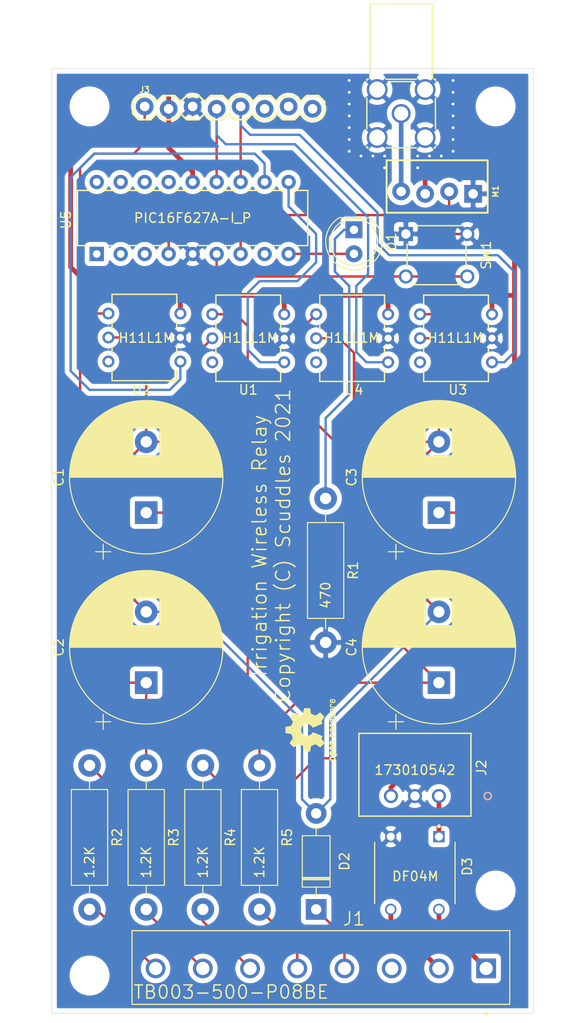
<source format=kicad_pcb>
(kicad_pcb (version 20171130) (host pcbnew "(5.1.7)-1")
  (layers (0 F.Cu signal) (31 B.Cu signal) (34 B.Paste user) (35 F.Paste user) (36 B.SilkS user) (37 F.SilkS user) (38 B.Mask user) (39 F.Mask user) (44 Edge.Cuts user))
  (net 0 "")
  (net 1 "Net-(C1-Pad2)")
  (net 2 "Net-(C1-Pad1)")
  (net 3 "Net-(C2-Pad1)")
  (net 4 "Net-(C3-Pad1)")
  (net 5 "Net-(C4-Pad1)")
  (net 6 /Logic/LED)
  (net 7 "Net-(D1-Pad1)")
  (net 8 "/Signal Conditioner/COMM")
  (net 9 "Net-(D3-Pad1)")
  (net 10 Vss)
  (net 11 "/Power Supply/AC_LINE")
  (net 12 "/Power Supply/AC_NEUTRAL")
  (net 13 "Net-(J1-Pad3)")
  (net 14 "/Signal Conditioner/IN_4")
  (net 15 "/Signal Conditioner/IN_3")
  (net 16 "/Signal Conditioner/IN_2")
  (net 17 "/Signal Conditioner/IN_1")
  (net 18 Vdd)
  (net 19 "Net-(J3-Pad1)")
  (net 20 "/Signal Conditioner/OUT_4")
  (net 21 "/Signal Conditioner/OUT_3")
  (net 22 "Net-(J3-Pad6)")
  (net 23 "Net-(J3-Pad7)")
  (net 24 "Net-(J3-Pad8)")
  (net 25 "Net-(J4-Pad1)")
  (net 26 /Logic/Data)
  (net 27 /Logic/Button)
  (net 28 "Net-(U1-Pad3)")
  (net 29 "/Signal Conditioner/OUT_1")
  (net 30 "Net-(U2-Pad3)")
  (net 31 "/Signal Conditioner/OUT_2")
  (net 32 "Net-(U3-Pad3)")
  (net 33 "Net-(U4-Pad3)")
  (net 34 "Net-(U5-Pad2)")
  (net 35 "Net-(U5-Pad3)")
  (net 36 "Net-(U5-Pad8)")
  (net 37 "Net-(U5-Pad15)")
  (net 38 "Net-(U5-Pad16)")
  (net 39 "Net-(U5-Pad17)")
  (net 40 "Net-(U5-Pad18)")
  (net 41 "Net-(U5-Pad1)")
  (module Symbol:OSHW-Logo2_7.3x6mm_SilkScreen (layer F.Cu) (at 144.5 117 90)
    (fp_text reference REF** hide)
    (fp_text value OSHW-Logo2_7.3x6mm_SilkScreen hide)
  )
  (module tx:CUI_TB003-500-P08BE (layer F.Cu) (at 163 142.25 180)
    (fp_text reference J1 (at 14 5.25) (layer F.SilkS) (effects (font (size 1.4 1.4))))
    (fp_text value TB003-500-P08BE (at 27 -2.5) (layer F.SilkS) (effects (font (size 1.4 1.4))))
    (pad 1 thru_hole rect (at 0 0 180) (size 2.1 2.1) (drill 1.4) (layers *.Cu *.Mask) (net 12 "/Power Supply/AC_NEUTRAL"))
    (pad 2 thru_hole circle (at 5 0 180) (size 2.1 2.1) (drill 1.4) (layers *.Cu *.Mask) (net 11 "/Power Supply/AC_LINE"))
    (pad 3 thru_hole circle (at 10 0 180) (size 2.1 2.1) (drill 1.4) (layers *.Cu *.Mask) (net 13 "Net-(J1-Pad3)"))
    (pad 4 thru_hole circle (at 15 0 180) (size 2.1 2.1) (drill 1.4) (layers *.Cu *.Mask) (net 8 "/Signal Conditioner/COMM"))
    (pad 5 thru_hole circle (at 20 0 180) (size 2.1 2.1) (drill 1.4) (layers *.Cu *.Mask) (net 14 "/Signal Conditioner/IN_4"))
    (pad 6 thru_hole circle (at 25 0 180) (size 2.1 2.1) (drill 1.4) (layers *.Cu *.Mask) (net 15 "/Signal Conditioner/IN_3"))
    (pad 7 thru_hole circle (at 30 0 180) (size 2.1 2.1) (drill 1.4) (layers *.Cu *.Mask) (net 16 "/Signal Conditioner/IN_2"))
    (pad 8 thru_hole circle (at 35 0 180) (size 2.1 2.1) (drill 1.4) (layers *.Cu *.Mask) (net 17 "/Signal Conditioner/IN_1"))
  )
  (module MountingHole:MountingHole_3.2mm_M3 (layer F.Cu) (at 164 134)
    (fp_text reference REF** hide)
    (fp_text value MountingHole_3.2mm_M3)
    (pad 1 np_thru_hole circle (at 0 0) (size 3.2 3.2) (drill 3.2) (layers *.Cu *.Mask))
  )
  (module MountingHole:MountingHole_3.2mm_M3 (layer F.Cu) (at 121 143)
    (fp_text reference REF** hide)
    (fp_text value MountingHole_3.2mm_M3)
    (pad 1 np_thru_hole circle (at 0 0) (size 3.2 3.2) (drill 3.2) (layers *.Cu *.Mask))
  )
  (module MountingHole:MountingHole_3.2mm_M3 (layer F.Cu) (at 164 51)
    (fp_text reference REF** hide)
    (fp_text value MountingHole_3.2mm_M3)
    (pad 1 np_thru_hole circle (at 0 0) (size 3.2 3.2) (drill 3.2) (layers *.Cu *.Mask))
  )
  (module MountingHole:MountingHole_3.2mm_M3 (layer F.Cu) (at 121 51)
    (fp_text reference REF** hide)
    (fp_text value MountingHole_3.2mm_M3)
    (pad 1 np_thru_hole circle (at 0 0) (size 3.2 3.2) (drill 3.2) (layers *.Cu *.Mask))
  )
  (module tx:PIC16F627A-I&slash_P (layer F.Cu) (at 121.76 66.62 90)
    (fp_text reference U5 (at 3.62 -3.26 90) (layer F.SilkS))
    (fp_text value PIC16F627A-I_P (at 3.81 10.16 180) (layer F.SilkS))
    (pad 1 thru_hole rect (at 0 0 90) (size 1.524 1.524) (drill 0.8128) (layers *.Cu *.Mask) (net 41 "Net-(U5-Pad1)"))
    (pad 2 thru_hole circle (at 0 2.54 90) (size 1.524 1.524) (drill 0.8128) (layers *.Cu *.Mask) (net 34 "Net-(U5-Pad2)"))
    (pad 3 thru_hole circle (at 0 5.08 90) (size 1.524 1.524) (drill 0.8128) (layers *.Cu *.Mask) (net 35 "Net-(U5-Pad3)"))
    (pad 4 thru_hole circle (at 0 7.62 90) (size 1.524 1.524) (drill 0.8128) (layers *.Cu *.Mask) (net 19 "Net-(J3-Pad1)"))
    (pad 5 thru_hole circle (at 0 10.16 90) (size 1.524 1.524) (drill 0.8128) (layers *.Cu *.Mask) (net 10 Vss))
    (pad 6 thru_hole circle (at 0 12.7 90) (size 1.524 1.524) (drill 0.8128) (layers *.Cu *.Mask) (net 27 /Logic/Button))
    (pad 7 thru_hole circle (at 0 15.24 90) (size 1.524 1.524) (drill 0.8128) (layers *.Cu *.Mask) (net 26 /Logic/Data))
    (pad 8 thru_hole circle (at 0 17.78 90) (size 1.524 1.524) (drill 0.8128) (layers *.Cu *.Mask) (net 36 "Net-(U5-Pad8)"))
    (pad 9 thru_hole circle (at 0 20.32 90) (size 1.524 1.524) (drill 0.8128) (layers *.Cu *.Mask) (net 6 /Logic/LED))
    (pad 10 thru_hole circle (at 7.62 20.32 90) (size 1.524 1.524) (drill 0.8128) (layers *.Cu *.Mask) (net 29 "/Signal Conditioner/OUT_1"))
    (pad 11 thru_hole circle (at 7.62 17.78 90) (size 1.524 1.524) (drill 0.8128) (layers *.Cu *.Mask) (net 31 "/Signal Conditioner/OUT_2"))
    (pad 12 thru_hole circle (at 7.62 15.24 90) (size 1.524 1.524) (drill 0.8128) (layers *.Cu *.Mask) (net 21 "/Signal Conditioner/OUT_3"))
    (pad 13 thru_hole circle (at 7.62 12.7 90) (size 1.524 1.524) (drill 0.8128) (layers *.Cu *.Mask) (net 20 "/Signal Conditioner/OUT_4"))
    (pad 14 thru_hole circle (at 7.62 10.16 90) (size 1.524 1.524) (drill 0.8128) (layers *.Cu *.Mask) (net 18 Vdd))
    (pad 15 thru_hole circle (at 7.62 7.62 90) (size 1.524 1.524) (drill 0.8128) (layers *.Cu *.Mask) (net 37 "Net-(U5-Pad15)"))
    (pad 16 thru_hole circle (at 7.62 5.08 90) (size 1.524 1.524) (drill 0.8128) (layers *.Cu *.Mask) (net 38 "Net-(U5-Pad16)"))
    (pad 17 thru_hole circle (at 7.62 2.54 90) (size 1.524 1.524) (drill 0.8128) (layers *.Cu *.Mask) (net 39 "Net-(U5-Pad17)"))
    (pad 18 thru_hole circle (at 7.62 0 90) (size 1.524 1.524) (drill 0.8128) (layers *.Cu *.Mask) (net 40 "Net-(U5-Pad18)"))
  )
  (module tx:H11L1M (layer F.Cu) (at 145 73)
    (fp_text reference U4 (at 4 8) (layer F.SilkS))
    (fp_text value H11L1M (at 3.75 2.5) (layer F.SilkS))
    (pad 1 thru_hole circle (at 0 0) (size 1.27 1.27) (drill 0.762) (layers *.Cu *.Mask) (net 5 "Net-(C4-Pad1)"))
    (pad 2 thru_hole circle (at 0 2.54) (size 1.27 1.27) (drill 0.762) (layers *.Cu *.Mask) (net 1 "Net-(C1-Pad2)"))
    (pad 3 thru_hole circle (at 0 5.08) (size 1.27 1.27) (drill 0.762) (layers *.Cu *.Mask) (net 33 "Net-(U4-Pad3)"))
    (pad 4 thru_hole circle (at 7.62 5.08) (size 1.27 1.27) (drill 0.762) (layers *.Cu *.Mask) (net 20 "/Signal Conditioner/OUT_4"))
    (pad 5 thru_hole circle (at 7.62 2.54) (size 1.27 1.27) (drill 0.762) (layers *.Cu *.Mask) (net 10 Vss))
    (pad 6 thru_hole circle (at 7.62 0) (size 1.27 1.27) (drill 0.762) (layers *.Cu *.Mask) (net 18 Vdd))
  )
  (module tx:H11L1M (layer F.Cu) (at 156 73)
    (fp_text reference U3 (at 4 8) (layer F.SilkS))
    (fp_text value H11L1M (at 3.75 2.5) (layer F.SilkS))
    (pad 1 thru_hole circle (at 0 0) (size 1.27 1.27) (drill 0.762) (layers *.Cu *.Mask) (net 4 "Net-(C3-Pad1)"))
    (pad 2 thru_hole circle (at 0 2.54) (size 1.27 1.27) (drill 0.762) (layers *.Cu *.Mask) (net 1 "Net-(C1-Pad2)"))
    (pad 3 thru_hole circle (at 0 5.08) (size 1.27 1.27) (drill 0.762) (layers *.Cu *.Mask) (net 32 "Net-(U3-Pad3)"))
    (pad 4 thru_hole circle (at 7.62 5.08) (size 1.27 1.27) (drill 0.762) (layers *.Cu *.Mask) (net 21 "/Signal Conditioner/OUT_3"))
    (pad 5 thru_hole circle (at 7.62 2.54) (size 1.27 1.27) (drill 0.762) (layers *.Cu *.Mask) (net 10 Vss))
    (pad 6 thru_hole circle (at 7.62 0) (size 1.27 1.27) (drill 0.762) (layers *.Cu *.Mask) (net 18 Vdd))
  )
  (module tx:H11L1M (layer F.Cu) (at 123 72.92)
    (fp_text reference U2 (at 3.5 8.08) (layer F.SilkS))
    (fp_text value H11L1M (at 4 2.58) (layer F.SilkS))
    (pad 1 thru_hole circle (at 0 0) (size 1.27 1.27) (drill 0.762) (layers *.Cu *.Mask) (net 3 "Net-(C2-Pad1)"))
    (pad 2 thru_hole circle (at 0 2.54) (size 1.27 1.27) (drill 0.762) (layers *.Cu *.Mask) (net 1 "Net-(C1-Pad2)"))
    (pad 3 thru_hole circle (at 0 5.08) (size 1.27 1.27) (drill 0.762) (layers *.Cu *.Mask) (net 30 "Net-(U2-Pad3)"))
    (pad 4 thru_hole circle (at 7.62 5.08) (size 1.27 1.27) (drill 0.762) (layers *.Cu *.Mask) (net 31 "/Signal Conditioner/OUT_2"))
    (pad 5 thru_hole circle (at 7.62 2.54) (size 1.27 1.27) (drill 0.762) (layers *.Cu *.Mask) (net 10 Vss))
    (pad 6 thru_hole circle (at 7.62 0) (size 1.27 1.27) (drill 0.762) (layers *.Cu *.Mask) (net 18 Vdd))
  )
  (module tx:H11L1M (layer F.Cu) (at 134 73)
    (fp_text reference U1 (at 3.81 8) (layer F.SilkS))
    (fp_text value H11L1M (at 4 2.5) (layer F.SilkS))
    (pad 1 thru_hole circle (at 0 0) (size 1.27 1.27) (drill 0.762) (layers *.Cu *.Mask) (net 2 "Net-(C1-Pad1)"))
    (pad 2 thru_hole circle (at 0 2.54) (size 1.27 1.27) (drill 0.762) (layers *.Cu *.Mask) (net 1 "Net-(C1-Pad2)"))
    (pad 3 thru_hole circle (at 0 5.08) (size 1.27 1.27) (drill 0.762) (layers *.Cu *.Mask) (net 28 "Net-(U1-Pad3)"))
    (pad 4 thru_hole circle (at 7.62 5.08) (size 1.27 1.27) (drill 0.762) (layers *.Cu *.Mask) (net 29 "/Signal Conditioner/OUT_1"))
    (pad 5 thru_hole circle (at 7.62 2.54) (size 1.27 1.27) (drill 0.762) (layers *.Cu *.Mask) (net 10 Vss))
    (pad 6 thru_hole circle (at 7.62 0) (size 1.27 1.27) (drill 0.762) (layers *.Cu *.Mask) (net 18 Vdd))
  )
  (module tx:1825910-6 (layer F.Cu) (at 161 69)
    (fp_text reference SW1 (at 2 -2.250001 270) (layer F.SilkS))
    (fp_text value 1825910-6 hide)
    (pad 1 thru_hole rect (at -6.500001 -4.500001) (size 1.4986 1.4986) (drill 0.9906) (layers *.Cu *.Mask) (net 10 Vss))
    (pad 3 thru_hole circle (at -6.500001 0) (size 1.4986 1.4986) (drill 0.9906) (layers *.Cu *.Mask) (net 27 /Logic/Button))
    (pad 4 thru_hole circle (at 0.000001 0) (size 1.4986 1.4986) (drill 0.9906) (layers *.Cu *.Mask) (net 27 /Logic/Button))
    (pad 2 thru_hole circle (at 0.000001 -4.500001) (size 1.4986 1.4986) (drill 0.9906) (layers *.Cu *.Mask) (net 10 Vss))
  )
  (module tx:R_Axial_DIN0411_L9.9mm_D3.6mm_P15.24mm_Horizontal (layer F.Cu) (at 139 120.76 270)
    (fp_text reference R5 (at 7.62 -2.92 90) (layer F.SilkS))
    (fp_text value 1.2K (at 10.24 0 90) (layer F.SilkS))
    (pad 2 thru_hole oval (at 15.24 0 270) (size 2.4 2.4) (drill 1.2) (layers *.Cu *.Mask) (net 14 "/Signal Conditioner/IN_4"))
    (pad 1 thru_hole circle (at 0 0 270) (size 2.4 2.4) (drill 1.2) (layers *.Cu *.Mask) (net 5 "Net-(C4-Pad1)"))
  )
  (module tx:R_Axial_DIN0411_L9.9mm_D3.6mm_P15.24mm_Horizontal (layer F.Cu) (at 133 120.76 270)
    (fp_text reference R4 (at 7.62 -2.92 90) (layer F.SilkS))
    (fp_text value 1.2K (at 10.24 0 90) (layer F.SilkS))
    (pad 2 thru_hole oval (at 15.24 0 270) (size 2.4 2.4) (drill 1.2) (layers *.Cu *.Mask) (net 15 "/Signal Conditioner/IN_3"))
    (pad 1 thru_hole circle (at 0 0 270) (size 2.4 2.4) (drill 1.2) (layers *.Cu *.Mask) (net 4 "Net-(C3-Pad1)"))
  )
  (module tx:R_Axial_DIN0411_L9.9mm_D3.6mm_P15.24mm_Horizontal (layer F.Cu) (at 127 120.76 270)
    (fp_text reference R3 (at 7.62 -2.92 90) (layer F.SilkS))
    (fp_text value 1.2K (at 10.24 0 90) (layer F.SilkS))
    (pad 2 thru_hole oval (at 15.24 0 270) (size 2.4 2.4) (drill 1.2) (layers *.Cu *.Mask) (net 16 "/Signal Conditioner/IN_2"))
    (pad 1 thru_hole circle (at 0 0 270) (size 2.4 2.4) (drill 1.2) (layers *.Cu *.Mask) (net 3 "Net-(C2-Pad1)"))
  )
  (module tx:R_Axial_DIN0411_L9.9mm_D3.6mm_P15.24mm_Horizontal (layer F.Cu) (at 121 120.76 270)
    (fp_text reference R2 (at 7.62 -2.92 90) (layer F.SilkS))
    (fp_text value 1.2K (at 10.24 0 90) (layer F.SilkS))
    (pad 2 thru_hole oval (at 15.24 0 270) (size 2.4 2.4) (drill 1.2) (layers *.Cu *.Mask) (net 17 "/Signal Conditioner/IN_1"))
    (pad 1 thru_hole circle (at 0 0 270) (size 2.4 2.4) (drill 1.2) (layers *.Cu *.Mask) (net 2 "Net-(C1-Pad1)"))
  )
  (module tx:R_Axial_DIN0411_L9.9mm_D3.6mm_P15.24mm_Horizontal (layer F.Cu) (at 146 92.5 270)
    (fp_text reference R1 (at 7.62 -2.92 90) (layer F.SilkS))
    (fp_text value 470 (at 10.24 0 90) (layer F.SilkS))
    (pad 2 thru_hole oval (at 15.24 0 270) (size 2.4 2.4) (drill 1.2) (layers *.Cu *.Mask) (net 10 Vss))
    (pad 1 thru_hole circle (at 0 0 270) (size 2.4 2.4) (drill 1.2) (layers *.Cu *.Mask) (net 7 "Net-(D1-Pad1)"))
  )
  (module tx:WRL-10534 (layer F.Cu) (at 157.81 60.127 180)
    (fp_text reference M1 (at -6.19 0.127 90) (layer F.SilkS) (effects (font (size 0.6096 0.6096) (thickness 0.127))))
    (fp_text value RF-LINK_TX hide)
    (pad ANT thru_hole circle (at 3.81 0.127 180) (size 1.8796 1.8796) (drill 1.016) (layers *.Cu *.Mask) (net 25 "Net-(J4-Pad1)"))
    (pad DATA thru_hole circle (at -1.27 0.127 180) (size 1.8796 1.8796) (drill 1.016) (layers *.Cu *.Mask) (net 26 /Logic/Data))
    (pad GND thru_hole rect (at -3.81 -0.127 180) (size 1.8796 1.8796) (drill 1.016) (layers *.Cu *.Mask) (net 10 Vss))
    (pad VCC thru_hole circle (at 1.27 -0.127 180) (size 1.8796 1.8796) (drill 1.016) (layers *.Cu *.Mask) (net 18 Vdd))
  )
  (module tx:RF2-03E-T-00-50-G (layer F.Cu) (at 154 51.75)
    (fp_text reference J4 hide)
    (fp_text value RF2-03E-T-00-50-G hide)
    (pad 1 thru_hole circle (at 0 0) (size 2.0066 2.0066) (drill 1.4986) (layers *.Cu *.Mask) (net 25 "Net-(J4-Pad1)"))
    (pad 2 thru_hole circle (at -2.54 -2.54) (size 2.2098 2.2098) (drill 1.7018) (layers *.Cu *.Mask) (net 10 Vss))
    (pad 3 thru_hole circle (at -2.54 2.54) (size 2.2098 2.2098) (drill 1.7018) (layers *.Cu *.Mask) (net 10 Vss))
    (pad 4 thru_hole circle (at 2.54 2.54) (size 2.2098 2.2098) (drill 1.7018) (layers *.Cu *.Mask) (net 10 Vss))
    (pad 5 thru_hole circle (at 2.54 -2.54) (size 2.2098 2.2098) (drill 1.7018) (layers *.Cu *.Mask) (net 10 Vss))
  )
  (module tx:1X08_LOCK (layer F.Cu) (at 126.84 51.127)
    (fp_text reference J3 (at 0 -1.905) (layer F.SilkS) (effects (font (size 0.6096 0.6096) (thickness 0.127))))
    (fp_text value CONN_08LOCK hide)
    (pad 1 thru_hole circle (at 0 -0.127) (size 1.8796 1.8796) (drill 1.016) (layers *.Cu *.Mask) (net 19 "Net-(J3-Pad1)"))
    (pad 2 thru_hole circle (at 2.54 0.127) (size 1.8796 1.8796) (drill 1.016) (layers *.Cu *.Mask) (net 18 Vdd))
    (pad 3 thru_hole circle (at 5.08 -0.127) (size 1.8796 1.8796) (drill 1.016) (layers *.Cu *.Mask) (net 10 Vss))
    (pad 4 thru_hole circle (at 7.62 0.127) (size 1.8796 1.8796) (drill 1.016) (layers *.Cu *.Mask) (net 20 "/Signal Conditioner/OUT_4"))
    (pad 5 thru_hole circle (at 10.16 -0.127) (size 1.8796 1.8796) (drill 1.016) (layers *.Cu *.Mask) (net 21 "/Signal Conditioner/OUT_3"))
    (pad 6 thru_hole circle (at 12.7 0.127) (size 1.8796 1.8796) (drill 1.016) (layers *.Cu *.Mask) (net 22 "Net-(J3-Pad6)"))
    (pad 7 thru_hole circle (at 15.24 -0.127) (size 1.8796 1.8796) (drill 1.016) (layers *.Cu *.Mask) (net 23 "Net-(J3-Pad7)"))
    (pad 8 thru_hole circle (at 17.78 0.127) (size 1.8796 1.8796) (drill 1.016) (layers *.Cu *.Mask) (net 24 "Net-(J3-Pad8)"))
  )
  (module tx:173010542 (layer F.Cu) (at 158 124 180)
    (fp_text reference J2 (at -4.5 3 90) (layer F.SilkS))
    (fp_text value 173010542 (at 2.54 2.75) (layer F.SilkS))
    (pad 1 thru_hole circle (at 0 0 180) (size 1.4986 1.4986) (drill 0.9906) (layers *.Cu *.Mask) (net 9 "Net-(D3-Pad1)"))
    (pad 2 thru_hole circle (at 2.54 0 180) (size 1.4986 1.4986) (drill 0.9906) (layers *.Cu *.Mask) (net 10 Vss))
    (pad 3 thru_hole circle (at 5.08 0 180) (size 1.4986 1.4986) (drill 0.9906) (layers *.Cu *.Mask) (net 18 Vdd))
  )
  (module tx:DF04M (layer F.Cu) (at 155.45 132.15 270)
    (fp_text reference D3 (at -0.68 -5.55 90) (layer F.SilkS))
    (fp_text value DF04M (at 0.35 -0.05 180) (layer F.SilkS))
    (pad 1 thru_hole rect (at -3.85 -2.55 270) (size 1.21 1.21) (drill 0.86) (layers *.Cu *.Mask) (net 9 "Net-(D3-Pad1)"))
    (pad 2 thru_hole circle (at -3.85 2.55 270) (size 1.21 1.21) (drill 0.86) (layers *.Cu *.Mask) (net 10 Vss))
    (pad 3 thru_hole circle (at 3.85 2.55 270) (size 1.21 1.21) (drill 0.86) (layers *.Cu *.Mask) (net 11 "/Power Supply/AC_LINE"))
    (pad 4 thru_hole circle (at 3.85 -2.55 270) (size 1.21 1.21) (drill 0.86) (layers *.Cu *.Mask) (net 12 "/Power Supply/AC_NEUTRAL"))
  )
  (module tx:D_DO-41_SOD81_P10.16mm_Horizontal (layer F.Cu) (at 145 136 90)
    (fp_text reference D2 (at 5.08 3 90) (layer F.SilkS))
    (fp_text value D hide)
    (pad 2 thru_hole oval (at 10.16 0 90) (size 2.2 2.2) (drill 1.1) (layers *.Cu *.Mask) (net 1 "Net-(C1-Pad2)"))
    (pad 1 thru_hole rect (at 0 0 90) (size 2.2 2.2) (drill 1.1) (layers *.Cu *.Mask) (net 8 "/Signal Conditioner/COMM"))
  )
  (module tx:LED_D5.0mm (layer F.Cu) (at 149 64.06 270)
    (fp_text reference D1 (at 1.27 -3.96 90) (layer F.SilkS))
    (fp_text value LED)
    (pad 2 thru_hole circle (at 2.54 0 270) (size 1.8 1.8) (drill 0.9) (layers *.Cu *.Mask) (net 6 /Logic/LED))
    (pad 1 thru_hole rect (at 0 0 270) (size 1.8 1.8) (drill 0.9) (layers *.Cu *.Mask) (net 7 "Net-(D1-Pad1)"))
  )
  (module tx:CP_Radial_D16.0mm_P7.50mm (layer F.Cu) (at 158 112 90)
    (fp_text reference C4 (at 3.75 -9.25 90) (layer F.SilkS))
    (fp_text value 470uF)
    (pad 2 thru_hole circle (at 7.5 0 90) (size 2.4 2.4) (drill 1.2) (layers *.Cu *.Mask) (net 1 "Net-(C1-Pad2)"))
    (pad 1 thru_hole rect (at 0 0 90) (size 2.4 2.4) (drill 1.2) (layers *.Cu *.Mask) (net 5 "Net-(C4-Pad1)"))
  )
  (module tx:CP_Radial_D16.0mm_P7.50mm (layer F.Cu) (at 158 94 90)
    (fp_text reference C3 (at 3.75 -9.25 90) (layer F.SilkS))
    (fp_text value 470uF)
    (pad 2 thru_hole circle (at 7.5 0 90) (size 2.4 2.4) (drill 1.2) (layers *.Cu *.Mask) (net 1 "Net-(C1-Pad2)"))
    (pad 1 thru_hole rect (at 0 0 90) (size 2.4 2.4) (drill 1.2) (layers *.Cu *.Mask) (net 4 "Net-(C3-Pad1)"))
  )
  (module tx:CP_Radial_D16.0mm_P7.50mm (layer F.Cu) (at 127 112 90)
    (fp_text reference C2 (at 3.75 -9.25 90) (layer F.SilkS))
    (fp_text value 470uF)
    (pad 2 thru_hole circle (at 7.5 0 90) (size 2.4 2.4) (drill 1.2) (layers *.Cu *.Mask) (net 1 "Net-(C1-Pad2)"))
    (pad 1 thru_hole rect (at 0 0 90) (size 2.4 2.4) (drill 1.2) (layers *.Cu *.Mask) (net 3 "Net-(C2-Pad1)"))
  )
  (module tx:CP_Radial_D16.0mm_P7.50mm (layer F.Cu) (at 127 94 90)
    (fp_text reference C1 (at 3.75 -9.25 90) (layer F.SilkS))
    (fp_text value 470uF)
    (pad 2 thru_hole circle (at 7.5 0 90) (size 2.4 2.4) (drill 1.2) (layers *.Cu *.Mask) (net 1 "Net-(C1-Pad2)"))
    (pad 1 thru_hole rect (at 0 0 90) (size 2.4 2.4) (drill 1.2) (layers *.Cu *.Mask) (net 2 "Net-(C1-Pad1)"))
  )
  (gr_text "Irrigation Wireless Relay" (at 139 97.5 90) (layer F.SilkS) (effects (font (size 1.5 1.5))))
  (gr_text "Copyright (C) Scuddles 2021" (at 141.5 97.5 90) (layer F.SilkS) (effects (font (size 1.5 1.5))))
  (gr_line (start 168 47) (end 117 47) (layer Edge.Cuts) (width 0.05))
  (gr_line (start 168 147) (end 168 47) (layer Edge.Cuts) (width 0.05))
  (gr_line (start 117 147) (end 168 147) (layer Edge.Cuts) (width 0.05))
  (gr_line (start 117 147) (end 117 47) (layer Edge.Cuts) (width 0.05))
  (segment (start 154 86.5) (end 158 86.5) (width 0.25) (layer F.Cu) (net 1))
  (segment (start 123.5 90) (end 127 86.5) (width 0.25) (layer F.Cu) (net 1))
  (segment (start 123.5 101) (end 123.5 90) (width 0.25) (layer F.Cu) (net 1))
  (segment (start 127 104.5) (end 123.5 101) (width 0.25) (layer F.Cu) (net 1))
  (segment (start 129 86.5) (end 127 86.5) (width 0.25) (layer F.Cu) (net 1))
  (segment (start 130.5 86.5) (end 129 86.5) (width 0.25) (layer F.Cu) (net 1))
  (segment (start 132.54 84.46) (end 130.5 86.5) (width 0.25) (layer F.Cu) (net 1))
  (segment (start 132.54 77) (end 132.54 84.46) (width 0.25) (layer F.Cu) (net 1))
  (segment (start 134 75.54) (end 132.54 77) (width 0.25) (layer F.Cu) (net 1))
  (segment (start 155 89.5) (end 158 86.5) (width 0.25) (layer F.Cu) (net 1))
  (segment (start 132 104.5) (end 127 104.5) (width 0.25) (layer B.Cu) (net 1))
  (segment (start 145 125.84) (end 143.5 124.34) (width 0.25) (layer B.Cu) (net 1))
  (segment (start 143.5 124.34) (end 143.5 116) (width 0.25) (layer B.Cu) (net 1))
  (segment (start 143.5 116) (end 132 104.5) (width 0.25) (layer B.Cu) (net 1))
  (segment (start 145 125.84) (end 146.5 124.34) (width 0.25) (layer B.Cu) (net 1))
  (segment (start 146.5 116) (end 146.75 115.75) (width 0.25) (layer B.Cu) (net 1))
  (segment (start 146.5 124.34) (end 146.5 116) (width 0.25) (layer B.Cu) (net 1))
  (segment (start 146.75 115.75) (end 158 104.5) (width 0.25) (layer B.Cu) (net 1))
  (segment (start 145 75.54) (end 147.46 75.54) (width 0.25) (layer F.Cu) (net 1))
  (segment (start 149 77.08) (end 149 81.5) (width 0.25) (layer F.Cu) (net 1))
  (segment (start 147.46 75.54) (end 149 77.08) (width 0.25) (layer F.Cu) (net 1))
  (segment (start 123 75.46) (end 125.46 75.46) (width 0.25) (layer F.Cu) (net 1))
  (segment (start 127 77) (end 127 86.5) (width 0.25) (layer F.Cu) (net 1))
  (segment (start 125.46 75.46) (end 127 77) (width 0.25) (layer F.Cu) (net 1))
  (segment (start 156 75.54) (end 157.04 75.54) (width 0.25) (layer F.Cu) (net 1))
  (segment (start 158 76.5) (end 158 86.5) (width 0.25) (layer F.Cu) (net 1))
  (segment (start 157.04 75.54) (end 158 76.5) (width 0.25) (layer F.Cu) (net 1))
  (segment (start 149 81.5) (end 149 84.5) (width 0.25) (layer F.Cu) (net 1))
  (segment (start 149 84.5) (end 151 86.5) (width 0.25) (layer F.Cu) (net 1))
  (segment (start 151 86.5) (end 154.5 86.5) (width 0.25) (layer F.Cu) (net 1))
  (segment (start 158 104.5) (end 154.5 101) (width 0.25) (layer F.Cu) (net 1))
  (segment (start 154.5 101) (end 154.5 90) (width 0.25) (layer F.Cu) (net 1))
  (segment (start 154.5 90) (end 155 89.5) (width 0.25) (layer F.Cu) (net 1))
  (segment (start 134 73) (end 135 73) (width 0.25) (layer F.Cu) (net 2))
  (segment (start 134 73) (end 136.5 73) (width 0.25) (layer F.Cu) (net 2))
  (segment (start 130 122.5) (end 130 120) (width 0.25) (layer F.Cu) (net 2))
  (segment (start 128.5 124) (end 130 122.5) (width 0.25) (layer F.Cu) (net 2))
  (segment (start 124.24 124) (end 128.5 124) (width 0.25) (layer F.Cu) (net 2))
  (segment (start 121 120.76) (end 124.24 124) (width 0.25) (layer F.Cu) (net 2))
  (segment (start 137.75 112.25) (end 137.25 112.75) (width 0.25) (layer F.Cu) (net 2))
  (segment (start 130 120) (end 137.25 112.75) (width 0.25) (layer F.Cu) (net 2))
  (segment (start 136.5 73) (end 137.75 74.25) (width 0.25) (layer F.Cu) (net 2))
  (segment (start 137.75 74.25) (end 137.75 94) (width 0.25) (layer F.Cu) (net 2))
  (segment (start 137.75 95.75) (end 137.75 112.25) (width 0.25) (layer F.Cu) (net 2))
  (segment (start 136 94) (end 137.75 95.75) (width 0.25) (layer F.Cu) (net 2))
  (segment (start 137.75 94) (end 137.75 95.75) (width 0.25) (layer F.Cu) (net 2))
  (segment (start 127 94) (end 136 94) (width 0.25) (layer F.Cu) (net 2))
  (segment (start 127 120.76) (end 127 112) (width 0.25) (layer F.Cu) (net 3))
  (segment (start 121.33 72.92) (end 123 72.92) (width 0.25) (layer F.Cu) (net 3))
  (segment (start 120 110) (end 120 74.25) (width 0.25) (layer F.Cu) (net 3))
  (segment (start 120 74.25) (end 121.33 72.92) (width 0.25) (layer F.Cu) (net 3))
  (segment (start 122 112) (end 120 110) (width 0.25) (layer F.Cu) (net 3))
  (segment (start 127 112) (end 122 112) (width 0.25) (layer F.Cu) (net 3))
  (segment (start 145 120) (end 159 120) (width 0.25) (layer F.Cu) (net 4))
  (segment (start 141 124) (end 145 120) (width 0.25) (layer F.Cu) (net 4))
  (segment (start 136.24 124) (end 141 124) (width 0.25) (layer F.Cu) (net 4))
  (segment (start 133 120.76) (end 136.24 124) (width 0.25) (layer F.Cu) (net 4))
  (segment (start 158 73) (end 156 73) (width 0.25) (layer F.Cu) (net 4))
  (segment (start 159 120) (end 161.5 117.5) (width 0.25) (layer F.Cu) (net 4))
  (segment (start 161.5 74.75) (end 161.5 94) (width 0.25) (layer F.Cu) (net 4))
  (segment (start 159.75 73) (end 161.5 74.75) (width 0.25) (layer F.Cu) (net 4))
  (segment (start 156 73) (end 159.75 73) (width 0.25) (layer F.Cu) (net 4))
  (segment (start 160 94) (end 161.5 95.5) (width 0.25) (layer F.Cu) (net 4))
  (segment (start 161.5 95.5) (end 161.5 94) (width 0.25) (layer F.Cu) (net 4))
  (segment (start 161.5 117.5) (end 161.5 95.5) (width 0.25) (layer F.Cu) (net 4))
  (segment (start 158 94) (end 160 94) (width 0.25) (layer F.Cu) (net 4))
  (segment (start 158 112) (end 152 112) (width 0.25) (layer F.Cu) (net 5))
  (segment (start 139 118) (end 139 120.76) (width 0.25) (layer F.Cu) (net 5))
  (segment (start 145 112) (end 139 118) (width 0.25) (layer F.Cu) (net 5))
  (segment (start 147 112) (end 145 112) (width 0.25) (layer F.Cu) (net 5))
  (segment (start 145 73) (end 143.5 74.5) (width 0.25) (layer F.Cu) (net 5))
  (segment (start 143.5 74.5) (end 143.5 83) (width 0.25) (layer F.Cu) (net 5))
  (segment (start 143.5 83) (end 145 84.5) (width 0.25) (layer F.Cu) (net 5))
  (segment (start 145 84.5) (end 149 88.5) (width 0.25) (layer F.Cu) (net 5))
  (segment (start 149 112) (end 147 112) (width 0.25) (layer F.Cu) (net 5))
  (segment (start 152 112) (end 149 112) (width 0.25) (layer F.Cu) (net 5))
  (segment (start 149 103) (end 149 101.5) (width 0.25) (layer F.Cu) (net 5))
  (segment (start 158 112) (end 149 103) (width 0.25) (layer F.Cu) (net 5))
  (segment (start 149 88.5) (end 149 101.5) (width 0.25) (layer F.Cu) (net 5))
  (segment (start 142.2 66.5) (end 142.08 66.62) (width 0.25) (layer F.Cu) (net 6))
  (segment (start 142.1 66.6) (end 142.08 66.62) (width 0.25) (layer F.Cu) (net 6))
  (segment (start 149 66.6) (end 142.1 66.6) (width 0.25) (layer F.Cu) (net 6))
  (segment (start 149 64.06) (end 147.94 64.06) (width 0.25) (layer B.Cu) (net 7))
  (segment (start 146.98 65.02) (end 146.98 68.48) (width 0.25) (layer B.Cu) (net 7))
  (segment (start 147.94 64.06) (end 146.98 65.02) (width 0.25) (layer B.Cu) (net 7))
  (segment (start 146.98 67.48) (end 146.98 68.48) (width 0.25) (layer B.Cu) (net 7))
  (segment (start 148.5 70) (end 148.5 81.5) (width 0.25) (layer B.Cu) (net 7))
  (segment (start 146.98 68.48) (end 148.5 70) (width 0.25) (layer B.Cu) (net 7))
  (segment (start 146 84) (end 146.25 83.75) (width 0.25) (layer B.Cu) (net 7))
  (segment (start 146 92.5) (end 146 84) (width 0.25) (layer B.Cu) (net 7))
  (segment (start 148.5 81.5) (end 146.25 83.75) (width 0.25) (layer B.Cu) (net 7))
  (segment (start 148 139) (end 145 136) (width 0.25) (layer F.Cu) (net 8))
  (segment (start 148 142.25) (end 148 139) (width 0.25) (layer F.Cu) (net 8))
  (segment (start 158 128.3) (end 158 124) (width 0.5) (layer F.Cu) (net 9))
  (segment (start 161.000001 64.499999) (end 154.499999 64.499999) (width 0.25) (layer F.Cu) (net 10))
  (segment (start 131.92 51) (end 131.92 51.92) (width 0.25) (layer F.Cu) (net 10))
  (via (at 148.5 48.25) (size 0.6) (drill 0.3) (layers F.Cu B.Cu) (net 10))
  (via (at 148.5 49.5) (size 0.6) (drill 0.3) (layers F.Cu B.Cu) (net 10))
  (via (at 148.5 50.75) (size 0.6) (drill 0.3) (layers F.Cu B.Cu) (net 10))
  (via (at 148.5 52) (size 0.6) (drill 0.3) (layers F.Cu B.Cu) (net 10))
  (via (at 148.5 53.25) (size 0.6) (drill 0.3) (layers F.Cu B.Cu) (net 10))
  (via (at 148.5 54.5) (size 0.6) (drill 0.3) (layers F.Cu B.Cu) (net 10))
  (via (at 148.5 55.75) (size 0.6) (drill 0.3) (layers F.Cu B.Cu) (net 10))
  (via (at 149.75 56.25) (size 0.6) (drill 0.3) (layers F.Cu B.Cu) (net 10))
  (via (at 151 56.25) (size 0.6) (drill 0.3) (layers F.Cu B.Cu) (net 10))
  (via (at 152.25 56.25) (size 0.6) (drill 0.3) (layers F.Cu B.Cu) (net 10))
  (via (at 155.75 56.25) (size 0.6) (drill 0.3) (layers F.Cu B.Cu) (net 10))
  (via (at 157 56.25) (size 0.6) (drill 0.3) (layers F.Cu B.Cu) (net 10))
  (via (at 158.25 56.25) (size 0.6) (drill 0.3) (layers F.Cu B.Cu) (net 10))
  (via (at 159.5 48.25) (size 0.6) (drill 0.3) (layers F.Cu B.Cu) (net 10))
  (via (at 159.5 49.5) (size 0.6) (drill 0.3) (layers F.Cu B.Cu) (net 10))
  (via (at 159.5 50.75) (size 0.6) (drill 0.3) (layers F.Cu B.Cu) (net 10))
  (via (at 159.5 52) (size 0.6) (drill 0.3) (layers F.Cu B.Cu) (net 10))
  (via (at 159.5 53.25) (size 0.6) (drill 0.3) (layers F.Cu B.Cu) (net 10))
  (via (at 159.5 54.5) (size 0.6) (drill 0.3) (layers F.Cu B.Cu) (net 10))
  (via (at 159.5 55.75) (size 0.6) (drill 0.3) (layers F.Cu B.Cu) (net 10))
  (via (at 152.25 57.5) (size 0.6) (drill 0.3) (layers F.Cu B.Cu) (net 10))
  (via (at 155.75 57.5) (size 0.6) (drill 0.3) (layers F.Cu B.Cu) (net 10))
  (segment (start 152.9 137.15) (end 158 142.25) (width 0.5) (layer F.Cu) (net 11))
  (segment (start 152.9 136) (end 152.9 137.15) (width 0.5) (layer F.Cu) (net 11))
  (segment (start 158 137.25) (end 163 142.25) (width 0.5) (layer F.Cu) (net 12))
  (segment (start 158 136) (end 158 137.25) (width 0.5) (layer F.Cu) (net 12))
  (segment (start 143 140) (end 139 136) (width 0.25) (layer F.Cu) (net 14))
  (segment (start 143 142.25) (end 143 140) (width 0.25) (layer F.Cu) (net 14))
  (segment (start 133 137.25) (end 133 136) (width 0.25) (layer F.Cu) (net 15))
  (segment (start 138 142.25) (end 133 137.25) (width 0.25) (layer F.Cu) (net 15))
  (segment (start 127 136.25) (end 127 136) (width 0.25) (layer F.Cu) (net 16))
  (segment (start 133 142.25) (end 127 136.25) (width 0.25) (layer F.Cu) (net 16))
  (segment (start 121 136.25) (end 121 136) (width 0.1524) (layer F.Cu) (net 17))
  (segment (start 121.75 136) (end 121 136) (width 0.25) (layer F.Cu) (net 17))
  (segment (start 128 142.25) (end 121.75 136) (width 0.25) (layer F.Cu) (net 17))
  (segment (start 166 76) (end 166 75.38) (width 0.25) (layer F.Cu) (net 18))
  (segment (start 166 120) (end 166 76) (width 0.5) (layer F.Cu) (net 18))
  (segment (start 131.92 57.92) (end 131.92 59) (width 0.5) (layer F.Cu) (net 18))
  (segment (start 129.38 55.38) (end 131.92 57.92) (width 0.5) (layer F.Cu) (net 18))
  (segment (start 129.38 51.254) (end 129.38 55.38) (width 0.5) (layer F.Cu) (net 18))
  (segment (start 129.38 49.38) (end 129 49) (width 0.5) (layer F.Cu) (net 18))
  (segment (start 129.38 51.254) (end 129.38 49.38) (width 0.5) (layer F.Cu) (net 18))
  (segment (start 130.62 71.12) (end 130.5 71) (width 0.25) (layer F.Cu) (net 18))
  (segment (start 130.62 72.92) (end 130.62 71.12) (width 0.5) (layer F.Cu) (net 18))
  (segment (start 122 71) (end 130.5 71) (width 0.5) (layer F.Cu) (net 18))
  (segment (start 141.62 71.12) (end 141.5 71) (width 0.25) (layer F.Cu) (net 18))
  (segment (start 141.62 73) (end 141.62 71.12) (width 0.5) (layer F.Cu) (net 18))
  (segment (start 130.5 71) (end 141.5 71) (width 0.5) (layer F.Cu) (net 18))
  (segment (start 152.62 71.12) (end 152.5 71) (width 0.25) (layer F.Cu) (net 18))
  (segment (start 152.62 73) (end 152.62 71.12) (width 0.5) (layer F.Cu) (net 18))
  (segment (start 152.5 71) (end 163 71) (width 0.5) (layer F.Cu) (net 18))
  (segment (start 141.5 71) (end 152.5 71) (width 0.5) (layer F.Cu) (net 18))
  (segment (start 119 68) (end 122 71) (width 0.5) (layer F.Cu) (net 18))
  (segment (start 119 57.5) (end 119 68) (width 0.5) (layer F.Cu) (net 18))
  (segment (start 129 49) (end 126 49) (width 0.5) (layer F.Cu) (net 18))
  (segment (start 166 71) (end 166 76) (width 0.5) (layer F.Cu) (net 18))
  (segment (start 166 60) (end 166 71) (width 0.5) (layer F.Cu) (net 18))
  (segment (start 163.62 71.12) (end 163.5 71) (width 0.25) (layer F.Cu) (net 18))
  (segment (start 163.62 73) (end 163.62 71.12) (width 0.5) (layer F.Cu) (net 18))
  (segment (start 163.5 71) (end 166 71) (width 0.5) (layer F.Cu) (net 18))
  (segment (start 163 71) (end 163.5 71) (width 0.5) (layer F.Cu) (net 18))
  (segment (start 126 49) (end 125 50) (width 0.5) (layer F.Cu) (net 18))
  (segment (start 156 122) (end 164 122) (width 0.5) (layer F.Cu) (net 18))
  (segment (start 166 120) (end 164 122) (width 0.5) (layer F.Cu) (net 18))
  (segment (start 152.92 124) (end 152.92 123.08) (width 0.5) (layer F.Cu) (net 18))
  (segment (start 154 122) (end 156 122) (width 0.5) (layer F.Cu) (net 18))
  (segment (start 152.92 123.08) (end 154 122) (width 0.5) (layer F.Cu) (net 18))
  (segment (start 166 60) (end 166 59) (width 0.5) (layer F.Cu) (net 18))
  (segment (start 156.54 60.254) (end 156.54 58.46) (width 0.5) (layer F.Cu) (net 18))
  (segment (start 125 50) (end 125 53) (width 0.5) (layer F.Cu) (net 18))
  (segment (start 125 53) (end 123 55) (width 0.5) (layer F.Cu) (net 18))
  (segment (start 123 55) (end 121 55) (width 0.5) (layer F.Cu) (net 18))
  (segment (start 119 57) (end 121 55) (width 0.5) (layer F.Cu) (net 18))
  (segment (start 119 57) (end 119 57.5) (width 0.5) (layer F.Cu) (net 18))
  (segment (start 164.5 57.5) (end 157.5 57.5) (width 0.5) (layer F.Cu) (net 18))
  (segment (start 156.54 58.46) (end 157.5 57.5) (width 0.5) (layer F.Cu) (net 18))
  (segment (start 166 59) (end 164.5 57.5) (width 0.5) (layer F.Cu) (net 18))
  (segment (start 126.84 54.84) (end 126.84 51) (width 0.25) (layer F.Cu) (net 19))
  (segment (start 120 60.5) (end 120 57.5) (width 0.25) (layer F.Cu) (net 19))
  (segment (start 121.5 56) (end 125.68 56) (width 0.25) (layer F.Cu) (net 19))
  (segment (start 122 62.5) (end 120 60.5) (width 0.25) (layer F.Cu) (net 19))
  (segment (start 125.68 56) (end 126.84 54.84) (width 0.25) (layer F.Cu) (net 19))
  (segment (start 126.5 62.5) (end 122 62.5) (width 0.25) (layer F.Cu) (net 19))
  (segment (start 120 57.5) (end 121.5 56) (width 0.25) (layer F.Cu) (net 19))
  (segment (start 129.38 65.38) (end 126.5 62.5) (width 0.25) (layer F.Cu) (net 19))
  (segment (start 129.38 66.62) (end 129.38 65.38) (width 0.25) (layer F.Cu) (net 19))
  (segment (start 134.46 51.254) (end 134.46 59) (width 0.25) (layer F.Cu) (net 20))
  (segment (start 134.46 54.04) (end 134.46 51.254) (width 0.25) (layer B.Cu) (net 20))
  (segment (start 135.42 55) (end 134.46 54.04) (width 0.25) (layer B.Cu) (net 20))
  (segment (start 152.62 78.08) (end 150.33 78.08) (width 0.25) (layer B.Cu) (net 20))
  (segment (start 150.33 78.08) (end 149.25 77) (width 0.25) (layer B.Cu) (net 20))
  (segment (start 149.25 77) (end 149.25 70) (width 0.25) (layer B.Cu) (net 20))
  (segment (start 149.25 70) (end 150.5 68.75) (width 0.25) (layer B.Cu) (net 20))
  (segment (start 142.75 55) (end 135.42 55) (width 0.25) (layer B.Cu) (net 20))
  (segment (start 150.5 62.75) (end 150.5 63) (width 0.25) (layer B.Cu) (net 20))
  (segment (start 142.75 55) (end 150.5 62.75) (width 0.25) (layer B.Cu) (net 20))
  (segment (start 150.5 68.75) (end 150.5 63) (width 0.25) (layer B.Cu) (net 20))
  (segment (start 137 51) (end 137 59) (width 0.25) (layer F.Cu) (net 21))
  (segment (start 137 53) (end 137 51) (width 0.25) (layer B.Cu) (net 21))
  (segment (start 138 54) (end 137 53) (width 0.25) (layer B.Cu) (net 21))
  (segment (start 152.75 66.75) (end 151.5 65.5) (width 0.25) (layer B.Cu) (net 21))
  (segment (start 164.25 66.75) (end 152.75 66.75) (width 0.25) (layer B.Cu) (net 21))
  (segment (start 166 68.5) (end 164.25 66.75) (width 0.25) (layer B.Cu) (net 21))
  (segment (start 166 77) (end 166 68.5) (width 0.25) (layer B.Cu) (net 21))
  (segment (start 164.92 78.08) (end 166 77) (width 0.25) (layer B.Cu) (net 21))
  (segment (start 163.62 78.08) (end 164.92 78.08) (width 0.25) (layer B.Cu) (net 21))
  (segment (start 151.5 62.25) (end 143.25 54) (width 0.25) (layer B.Cu) (net 21))
  (segment (start 151.5 62.75) (end 151.5 62.25) (width 0.25) (layer B.Cu) (net 21))
  (segment (start 143.25 54) (end 138 54) (width 0.25) (layer B.Cu) (net 21))
  (segment (start 151.5 65.5) (end 151.5 62.75) (width 0.25) (layer B.Cu) (net 21))
  (segment (start 154 51.75) (end 154 60) (width 0.5) (layer B.Cu) (net 25))
  (segment (start 159.08 61.92) (end 159.08 60) (width 0.25) (layer F.Cu) (net 26))
  (segment (start 139.5 62.5) (end 158.5 62.5) (width 0.25) (layer F.Cu) (net 26))
  (segment (start 137 65) (end 139.5 62.5) (width 0.25) (layer F.Cu) (net 26))
  (segment (start 158.5 62.5) (end 159.08 61.92) (width 0.25) (layer F.Cu) (net 26))
  (segment (start 137 66.62) (end 137 65) (width 0.25) (layer F.Cu) (net 26))
  (segment (start 154.499999 69) (end 161.000001 69) (width 0.25) (layer F.Cu) (net 27))
  (segment (start 134.46 66.62) (end 134.46 67.96) (width 0.25) (layer F.Cu) (net 27))
  (segment (start 135.5 69) (end 137 69) (width 0.25) (layer F.Cu) (net 27))
  (segment (start 134.46 67.96) (end 135.5 69) (width 0.25) (layer F.Cu) (net 27))
  (segment (start 154.499999 69) (end 137 69) (width 0.25) (layer F.Cu) (net 27))
  (segment (start 139.08 78.08) (end 141.62 78.08) (width 0.25) (layer B.Cu) (net 29))
  (segment (start 137.75 76.75) (end 139.08 78.08) (width 0.25) (layer B.Cu) (net 29))
  (segment (start 143 69.5) (end 139 69.5) (width 0.25) (layer B.Cu) (net 29))
  (segment (start 145 67.5) (end 143 69.5) (width 0.25) (layer B.Cu) (net 29))
  (segment (start 139 69.5) (end 137.75 70.75) (width 0.25) (layer B.Cu) (net 29))
  (segment (start 145 64.5) (end 145 67.5) (width 0.25) (layer B.Cu) (net 29))
  (segment (start 137.75 70.75) (end 137.75 76.75) (width 0.25) (layer B.Cu) (net 29))
  (segment (start 142.08 61.58) (end 145 64.5) (width 0.25) (layer B.Cu) (net 29))
  (segment (start 142.08 59) (end 142.08 61.58) (width 0.25) (layer B.Cu) (net 29))
  (segment (start 119 58.5) (end 121.5 56) (width 0.25) (layer B.Cu) (net 31))
  (segment (start 119 79) (end 119 58.5) (width 0.25) (layer B.Cu) (net 31))
  (segment (start 121 81) (end 119 79) (width 0.25) (layer B.Cu) (net 31))
  (segment (start 129.5 81) (end 121 81) (width 0.25) (layer B.Cu) (net 31))
  (segment (start 130.62 79.88) (end 129.5 81) (width 0.25) (layer B.Cu) (net 31))
  (segment (start 130.62 78) (end 130.62 79.88) (width 0.25) (layer B.Cu) (net 31))
  (segment (start 139.54 57.04) (end 138.5 56) (width 0.25) (layer B.Cu) (net 31))
  (segment (start 121.5 56) (end 138.5 56) (width 0.25) (layer B.Cu) (net 31))
  (segment (start 139.54 57.04) (end 139.54 59) (width 0.25) (layer B.Cu) (net 31))
  (zone (net 10) (net_name Vss) (layer B.Cu) (connect_pads (clearance 0.508)) (min_thickness 0.254) (fill yes (arc_segments 32) (thermal_gap 0.508) (thermal_bridge_width 0.508))
    (polygon (pts (xy 168 147) (xy 117 147) (xy 117 47) (xy 168 47)))
  )
  (zone (net 0) (net_name "") (layer B.Cu) (connect_pads (clearance 0.508)) (min_thickness 0.254)
    (keepout (tracks allowed) (vias allowed) (copperpour not_allowed))
    (fill (arc_segments 32) (thermal_gap 0.508) (thermal_bridge_width 0.508))
    (polygon (pts (xy 155 60) (xy 153 60) (xy 153 51.5) (xy 155 51.5)))
  )
)
</source>
